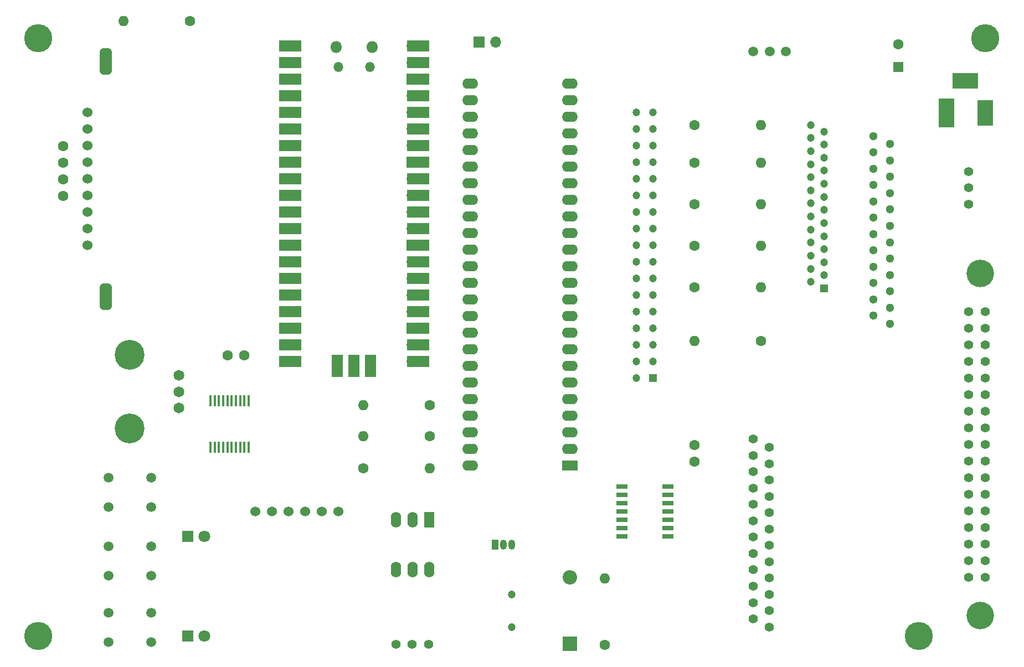
<source format=gts>
%TF.GenerationSoftware,KiCad,Pcbnew,7.0.6*%
%TF.CreationDate,2023-07-16T08:24:51+09:00*%
%TF.ProjectId,FddPurserPcb,46646450-7572-4736-9572-5063622e6b69,R6*%
%TF.SameCoordinates,Original*%
%TF.FileFunction,Soldermask,Top*%
%TF.FilePolarity,Negative*%
%FSLAX46Y46*%
G04 Gerber Fmt 4.6, Leading zero omitted, Abs format (unit mm)*
G04 Created by KiCad (PCBNEW 7.0.6) date 2023-07-16 08:24:51*
%MOMM*%
%LPD*%
G01*
G04 APERTURE LIST*
G04 Aperture macros list*
%AMRoundRect*
0 Rectangle with rounded corners*
0 $1 Rounding radius*
0 $2 $3 $4 $5 $6 $7 $8 $9 X,Y pos of 4 corners*
0 Add a 4 corners polygon primitive as box body*
4,1,4,$2,$3,$4,$5,$6,$7,$8,$9,$2,$3,0*
0 Add four circle primitives for the rounded corners*
1,1,$1+$1,$2,$3*
1,1,$1+$1,$4,$5*
1,1,$1+$1,$6,$7*
1,1,$1+$1,$8,$9*
0 Add four rect primitives between the rounded corners*
20,1,$1+$1,$2,$3,$4,$5,0*
20,1,$1+$1,$4,$5,$6,$7,0*
20,1,$1+$1,$6,$7,$8,$9,0*
20,1,$1+$1,$8,$9,$2,$3,0*%
G04 Aperture macros list end*
%ADD10C,1.500000*%
%ADD11R,1.800000X1.800000*%
%ADD12C,1.800000*%
%ADD13C,1.524000*%
%ADD14RoundRect,0.450000X-0.450000X1.550000X-0.450000X-1.550000X0.450000X-1.550000X0.450000X1.550000X0*%
%ADD15R,2.200000X2.200000*%
%ADD16O,2.200000X2.200000*%
%ADD17C,1.600000*%
%ADD18O,1.600000X1.600000*%
%ADD19R,2.400000X1.600000*%
%ADD20O,2.400000X1.600000*%
%ADD21R,0.450000X1.800000*%
%ADD22R,1.050000X1.500000*%
%ADD23O,1.050000X1.500000*%
%ADD24C,1.400000*%
%ADD25C,4.200000*%
%ADD26R,1.200000X1.200000*%
%ADD27C,1.200000*%
%ADD28R,1.775000X0.700000*%
%ADD29C,4.300000*%
%ADD30O,1.800000X1.800000*%
%ADD31O,1.500000X1.500000*%
%ADD32O,1.700000X1.700000*%
%ADD33R,3.500000X1.700000*%
%ADD34R,1.700000X1.700000*%
%ADD35R,1.700000X3.500000*%
%ADD36C,1.650000*%
%ADD37C,4.562000*%
%ADD38R,1.600000X1.600000*%
%ADD39R,2.460000X4.500000*%
%ADD40R,2.460000X4.000000*%
%ADD41R,4.000000X2.460000*%
%ADD42R,1.600000X2.400000*%
%ADD43O,1.600000X2.400000*%
%ADD44C,1.300000*%
G04 APERTURE END LIST*
D10*
%TO.C,S2*%
X75490000Y-123440000D03*
X81990000Y-123440000D03*
X75490000Y-127940000D03*
X81990000Y-127940000D03*
%TD*%
D11*
%TO.C,D3*%
X87630000Y-137160000D03*
D12*
X90170000Y-137160000D03*
%TD*%
D13*
%TO.C,LCD1*%
X72285000Y-57115000D03*
X72285000Y-59655000D03*
X72285000Y-62195000D03*
X72285000Y-64735000D03*
X72285000Y-67275000D03*
X72285000Y-69815000D03*
X72285000Y-72355000D03*
X72285000Y-74895000D03*
X72285000Y-77435000D03*
D14*
X75045000Y-49305000D03*
X75035000Y-85285000D03*
%TD*%
D15*
%TO.C,D1*%
X146050000Y-138390000D03*
D16*
X146050000Y-128230000D03*
%TD*%
D17*
%TO.C,R9*%
X165100000Y-77470000D03*
D18*
X175260000Y-77470000D03*
%TD*%
D19*
%TO.C,J6*%
X146050000Y-111125000D03*
D20*
X146050000Y-108585000D03*
X146050000Y-106045000D03*
X146050000Y-103505000D03*
X146050000Y-100965000D03*
X146050000Y-98425000D03*
X146050000Y-95885000D03*
X146050000Y-93345000D03*
X146050000Y-90805000D03*
X146050000Y-88265000D03*
X146050000Y-85725000D03*
X146050000Y-83185000D03*
X146050000Y-80645000D03*
X146050000Y-78105000D03*
X146050000Y-75565000D03*
X146050000Y-73025000D03*
X146050000Y-70485000D03*
X146050000Y-67945000D03*
X146050000Y-65405000D03*
X146050000Y-62865000D03*
X146050000Y-60325000D03*
X146050000Y-57785000D03*
X146050000Y-55245000D03*
X146050000Y-52705000D03*
X130810000Y-52705000D03*
X130810000Y-55245000D03*
X130810000Y-57785000D03*
X130810000Y-60325000D03*
X130810000Y-62865000D03*
X130810000Y-65405000D03*
X130810000Y-67945000D03*
X130810000Y-70485000D03*
X130810000Y-73025000D03*
X130810000Y-75565000D03*
X130810000Y-78105000D03*
X130810000Y-80645000D03*
X130810000Y-83185000D03*
X130810000Y-85725000D03*
X130810000Y-88265000D03*
X130810000Y-90805000D03*
X130810000Y-93345000D03*
X130810000Y-95885000D03*
X130810000Y-98425000D03*
X130810000Y-100965000D03*
X130810000Y-103505000D03*
X130810000Y-106045000D03*
X130810000Y-108585000D03*
X130810000Y-111125000D03*
%TD*%
D17*
%TO.C,R3*%
X124587000Y-106604000D03*
D18*
X114427000Y-106604000D03*
%TD*%
D10*
%TO.C,S1*%
X75490000Y-112990000D03*
X81990000Y-112990000D03*
X75490000Y-117490000D03*
X81990000Y-117490000D03*
%TD*%
%TO.C,S3*%
X75490000Y-133600000D03*
X81990000Y-133600000D03*
X75490000Y-138100000D03*
X81990000Y-138100000D03*
%TD*%
D21*
%TO.C,IC2*%
X96905000Y-101225000D03*
X96255000Y-101225000D03*
X95605000Y-101225000D03*
X94955000Y-101225000D03*
X94305000Y-101225000D03*
X93655000Y-101225000D03*
X93005000Y-101225000D03*
X92355000Y-101225000D03*
X91705000Y-101225000D03*
X91055000Y-101225000D03*
X91055000Y-108325000D03*
X91705000Y-108325000D03*
X92355000Y-108325000D03*
X93005000Y-108325000D03*
X93655000Y-108325000D03*
X94305000Y-108325000D03*
X94955000Y-108325000D03*
X95605000Y-108325000D03*
X96255000Y-108325000D03*
X96905000Y-108325000D03*
%TD*%
D22*
%TO.C,Q1*%
X134620000Y-123190000D03*
D23*
X135890000Y-123190000D03*
X137160000Y-123190000D03*
%TD*%
D24*
%TO.C,J1*%
X207010000Y-87590000D03*
X209550000Y-87590000D03*
X207010000Y-90130000D03*
X209550000Y-90130000D03*
X207010000Y-92670000D03*
X209550000Y-92670000D03*
X207010000Y-95210000D03*
X209550000Y-95210000D03*
X207010000Y-97750000D03*
X209550000Y-97750000D03*
X207010000Y-100290000D03*
X209550000Y-100290000D03*
X207010000Y-102830000D03*
X209550000Y-102830000D03*
X207010000Y-105370000D03*
X209550000Y-105370000D03*
X207010000Y-107910000D03*
X209550000Y-107910000D03*
X207010000Y-110450000D03*
X209550000Y-110450000D03*
X207010000Y-112990000D03*
X209550000Y-112990000D03*
X207010000Y-115530000D03*
X209550000Y-115530000D03*
X207010000Y-118070000D03*
X209550000Y-118070000D03*
X207010000Y-120610000D03*
X209550000Y-120610000D03*
X207010000Y-123150000D03*
X209550000Y-123150000D03*
X207010000Y-125690000D03*
X209550000Y-125690000D03*
X207010000Y-128230000D03*
X209550000Y-128230000D03*
D25*
X208790000Y-134060000D03*
X208790000Y-81760000D03*
%TD*%
D24*
%TO.C,S5*%
X124420000Y-138430000D03*
X121920000Y-138430000D03*
X119420000Y-138430000D03*
%TD*%
D17*
%TO.C,R4*%
X124587000Y-101854000D03*
D18*
X114427000Y-101854000D03*
%TD*%
D26*
%TO.C,J2*%
X158750000Y-97750000D03*
D27*
X156210000Y-97750000D03*
X158750000Y-95210000D03*
X156210000Y-95210000D03*
X158750000Y-92670000D03*
X156210000Y-92670000D03*
X158750000Y-90130000D03*
X156210000Y-90130000D03*
X158750000Y-87590000D03*
X156210000Y-87590000D03*
X158750000Y-85050000D03*
X156210000Y-85050000D03*
X158750000Y-82510000D03*
X156210000Y-82510000D03*
X158750000Y-79970000D03*
X156210000Y-79970000D03*
X158750000Y-77430000D03*
X156210000Y-77430000D03*
X158750000Y-74890000D03*
X156210000Y-74890000D03*
X158750000Y-72350000D03*
X156210000Y-72350000D03*
X158750000Y-69810000D03*
X156210000Y-69810000D03*
X158750000Y-67270000D03*
X156210000Y-67270000D03*
X158750000Y-64730000D03*
X156210000Y-64730000D03*
X158750000Y-62190000D03*
X156210000Y-62190000D03*
X158750000Y-59650000D03*
X156210000Y-59650000D03*
X158750000Y-57110000D03*
X156210000Y-57110000D03*
%TD*%
D26*
%TO.C,J4*%
X184880000Y-84010000D03*
D27*
X182880000Y-83010000D03*
X184880000Y-82010000D03*
X182880000Y-81010000D03*
X184880000Y-80010000D03*
X182880000Y-79010000D03*
X184880000Y-78010000D03*
X182880000Y-77010000D03*
X184880000Y-76010000D03*
X182880000Y-75010000D03*
X184880000Y-74010000D03*
X182880000Y-73010000D03*
X184880000Y-72010000D03*
X182880000Y-71010000D03*
X184880000Y-70010000D03*
X182880000Y-69010000D03*
X184880000Y-68010000D03*
X182880000Y-67010000D03*
X184880000Y-66010000D03*
X182880000Y-65010000D03*
X184880000Y-64010000D03*
X182880000Y-63010000D03*
X184880000Y-62010000D03*
X182880000Y-61010000D03*
X184880000Y-60010000D03*
X182880000Y-59010000D03*
%TD*%
D28*
%TO.C,IC1*%
X153942000Y-114300000D03*
X153942000Y-115570000D03*
X153942000Y-116840000D03*
X153942000Y-118110000D03*
X153942000Y-119380000D03*
X153942000Y-120650000D03*
X153942000Y-121920000D03*
X161018000Y-121920000D03*
X161018000Y-120650000D03*
X161018000Y-119380000D03*
X161018000Y-118110000D03*
X161018000Y-116840000D03*
X161018000Y-115570000D03*
X161018000Y-114300000D03*
%TD*%
D13*
%TO.C,U3*%
X110600000Y-118160000D03*
X108060000Y-118160000D03*
X105520000Y-118160000D03*
X102980000Y-118160000D03*
X100440000Y-118160000D03*
X97900000Y-118160000D03*
%TD*%
D29*
%TO.C,H3*%
X199390000Y-137160000D03*
%TD*%
D17*
%TO.C,C3*%
X68580000Y-69850000D03*
X68580000Y-67310000D03*
%TD*%
D30*
%TO.C,U1*%
X110305000Y-47080000D03*
D31*
X110605000Y-50110000D03*
X115455000Y-50110000D03*
D30*
X115755000Y-47080000D03*
D32*
X104140000Y-46950000D03*
D33*
X103240000Y-46950000D03*
D32*
X104140000Y-49490000D03*
D33*
X103240000Y-49490000D03*
D34*
X104140000Y-52030000D03*
D33*
X103240000Y-52030000D03*
D32*
X104140000Y-54570000D03*
D33*
X103240000Y-54570000D03*
D32*
X104140000Y-57110000D03*
D33*
X103240000Y-57110000D03*
D32*
X104140000Y-59650000D03*
D33*
X103240000Y-59650000D03*
D32*
X104140000Y-62190000D03*
D33*
X103240000Y-62190000D03*
D34*
X104140000Y-64730000D03*
D33*
X103240000Y-64730000D03*
D32*
X104140000Y-67270000D03*
D33*
X103240000Y-67270000D03*
D32*
X104140000Y-69810000D03*
D33*
X103240000Y-69810000D03*
D32*
X104140000Y-72350000D03*
D33*
X103240000Y-72350000D03*
D32*
X104140000Y-74890000D03*
D33*
X103240000Y-74890000D03*
D34*
X104140000Y-77430000D03*
D33*
X103240000Y-77430000D03*
D32*
X104140000Y-79970000D03*
D33*
X103240000Y-79970000D03*
D32*
X104140000Y-82510000D03*
D33*
X103240000Y-82510000D03*
D32*
X104140000Y-85050000D03*
D33*
X103240000Y-85050000D03*
D32*
X104140000Y-87590000D03*
D33*
X103240000Y-87590000D03*
D34*
X104140000Y-90130000D03*
D33*
X103240000Y-90130000D03*
D32*
X104140000Y-92670000D03*
D33*
X103240000Y-92670000D03*
D32*
X104140000Y-95210000D03*
D33*
X103240000Y-95210000D03*
D32*
X121920000Y-95210000D03*
D33*
X122820000Y-95210000D03*
D32*
X121920000Y-92670000D03*
D33*
X122820000Y-92670000D03*
D34*
X121920000Y-90130000D03*
D33*
X122820000Y-90130000D03*
D32*
X121920000Y-87590000D03*
D33*
X122820000Y-87590000D03*
D32*
X121920000Y-85050000D03*
D33*
X122820000Y-85050000D03*
D32*
X121920000Y-82510000D03*
D33*
X122820000Y-82510000D03*
D32*
X121920000Y-79970000D03*
D33*
X122820000Y-79970000D03*
D34*
X121920000Y-77430000D03*
D33*
X122820000Y-77430000D03*
D32*
X121920000Y-74890000D03*
D33*
X122820000Y-74890000D03*
D32*
X121920000Y-72350000D03*
D33*
X122820000Y-72350000D03*
D32*
X121920000Y-69810000D03*
D33*
X122820000Y-69810000D03*
D32*
X121920000Y-67270000D03*
D33*
X122820000Y-67270000D03*
D34*
X121920000Y-64730000D03*
D33*
X122820000Y-64730000D03*
D32*
X121920000Y-62190000D03*
D33*
X122820000Y-62190000D03*
D32*
X121920000Y-59650000D03*
D33*
X122820000Y-59650000D03*
D32*
X121920000Y-57110000D03*
D33*
X122820000Y-57110000D03*
D32*
X121920000Y-54570000D03*
D33*
X122820000Y-54570000D03*
D34*
X121920000Y-52030000D03*
D33*
X122820000Y-52030000D03*
D32*
X121920000Y-49490000D03*
D33*
X122820000Y-49490000D03*
D32*
X121920000Y-46950000D03*
D33*
X122820000Y-46950000D03*
D32*
X110490000Y-94980000D03*
D35*
X110490000Y-95880000D03*
D34*
X113030000Y-94980000D03*
D35*
X113030000Y-95880000D03*
D32*
X115570000Y-94980000D03*
D35*
X115570000Y-95880000D03*
%TD*%
D17*
%TO.C,R5*%
X87950000Y-43100000D03*
D18*
X77790000Y-43100000D03*
%TD*%
D36*
%TO.C,U2*%
X86240000Y-102310000D03*
X86240000Y-97310000D03*
X86240000Y-99810000D03*
D37*
X78740000Y-105410000D03*
X78740000Y-94210000D03*
%TD*%
D24*
%TO.C,J5*%
X176530000Y-135810000D03*
X174030000Y-134560000D03*
X176530000Y-133310000D03*
X174030000Y-132060000D03*
X176530000Y-130810000D03*
X174030000Y-129560000D03*
X176530000Y-128310000D03*
X174030000Y-127060000D03*
X176530000Y-125810000D03*
X174030000Y-124560000D03*
X176530000Y-123310000D03*
X174030000Y-122060000D03*
X176530000Y-120810000D03*
X174030000Y-119560000D03*
X176530000Y-118310000D03*
X174030000Y-117060000D03*
X176530000Y-115810000D03*
X174030000Y-114560000D03*
X176530000Y-113310000D03*
X174030000Y-112060000D03*
X176530000Y-110810000D03*
X174030000Y-109560000D03*
X176530000Y-108310000D03*
X174030000Y-107060000D03*
%TD*%
D38*
%TO.C,C5*%
X196215000Y-50165000D03*
D17*
X196215000Y-46665000D03*
%TD*%
D27*
%TO.C,LS1*%
X137160000Y-135810000D03*
X137160000Y-130810000D03*
%TD*%
D29*
%TO.C,H1*%
X64770000Y-45720000D03*
%TD*%
D17*
%TO.C,C4*%
X165100000Y-107950000D03*
X165100000Y-110490000D03*
%TD*%
%TO.C,R7*%
X165100000Y-64770000D03*
D18*
X175260000Y-64770000D03*
%TD*%
D39*
%TO.C,J7*%
X203550000Y-57150000D03*
D40*
X209550000Y-57150000D03*
D41*
X206500000Y-52250000D03*
%TD*%
D17*
%TO.C,R8*%
X165100000Y-71120000D03*
D18*
X175260000Y-71120000D03*
%TD*%
D29*
%TO.C,H2*%
X64770000Y-137160000D03*
%TD*%
D34*
%TO.C,JP1*%
X132100000Y-46330000D03*
D32*
X134640000Y-46330000D03*
%TD*%
D17*
%TO.C,R11*%
X175260000Y-92075000D03*
D18*
X165100000Y-92075000D03*
%TD*%
D17*
%TO.C,R1*%
X151330000Y-138570000D03*
D18*
X151330000Y-128410000D03*
%TD*%
D29*
%TO.C,H4*%
X209550000Y-45720000D03*
%TD*%
D24*
%TO.C,S4*%
X207010000Y-71120000D03*
X207010000Y-68620000D03*
X207010000Y-66120000D03*
%TD*%
D17*
%TO.C,R6*%
X165100000Y-59055000D03*
D18*
X175260000Y-59055000D03*
%TD*%
D17*
%TO.C,R10*%
X165100000Y-83820000D03*
D18*
X175260000Y-83820000D03*
%TD*%
D10*
%TO.C,J8*%
X179070000Y-47752000D03*
X176570000Y-47752000D03*
X174070000Y-47752000D03*
%TD*%
D17*
%TO.C,C2*%
X68580000Y-64750000D03*
X68580000Y-62210000D03*
%TD*%
%TO.C,C1*%
X96246000Y-94234000D03*
X93706000Y-94234000D03*
%TD*%
D42*
%TO.C,U4*%
X124470000Y-119390000D03*
D43*
X121930000Y-119390000D03*
X119390000Y-119390000D03*
X119390000Y-127010000D03*
X121930000Y-127010000D03*
X124470000Y-127010000D03*
%TD*%
D11*
%TO.C,D2*%
X87630000Y-121920000D03*
D12*
X90170000Y-121920000D03*
%TD*%
D17*
%TO.C,R2*%
X114427000Y-111506000D03*
D18*
X124587000Y-111506000D03*
%TD*%
D44*
%TO.C,J3*%
X192445000Y-60690000D03*
X194945000Y-61940000D03*
X192445000Y-63190000D03*
X194945000Y-64440000D03*
X192445000Y-65690000D03*
X194945000Y-66940000D03*
X192445000Y-68190000D03*
X194945000Y-69440000D03*
X192445000Y-70690000D03*
X194945000Y-71940000D03*
X192445000Y-73190000D03*
X194945000Y-74440000D03*
X192445000Y-75690000D03*
X194945000Y-76940000D03*
X192445000Y-78190000D03*
X194945000Y-79440000D03*
X192445000Y-80690000D03*
X194945000Y-81940000D03*
X192445000Y-83190000D03*
X194945000Y-84440000D03*
X192445000Y-85690000D03*
X194945000Y-86940000D03*
X192445000Y-88190000D03*
X194945000Y-89440000D03*
%TD*%
M02*

</source>
